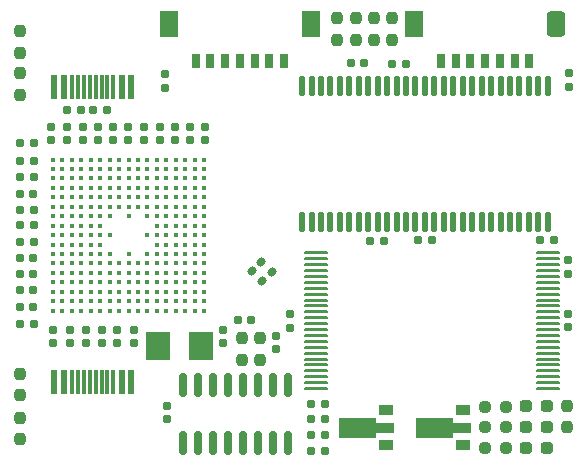
<source format=gtp>
G04 #@! TF.GenerationSoftware,KiCad,Pcbnew,7.0.1-0*
G04 #@! TF.CreationDate,2023-04-29T19:14:42+08:00*
G04 #@! TF.ProjectId,slimarm_classic_2410,736c696d-6172-46d5-9f63-6c6173736963,rev?*
G04 #@! TF.SameCoordinates,Original*
G04 #@! TF.FileFunction,Paste,Top*
G04 #@! TF.FilePolarity,Positive*
%FSLAX46Y46*%
G04 Gerber Fmt 4.6, Leading zero omitted, Abs format (unit mm)*
G04 Created by KiCad (PCBNEW 7.0.1-0) date 2023-04-29 19:14:42*
%MOMM*%
%LPD*%
G01*
G04 APERTURE LIST*
G04 Aperture macros list*
%AMRoundRect*
0 Rectangle with rounded corners*
0 $1 Rounding radius*
0 $2 $3 $4 $5 $6 $7 $8 $9 X,Y pos of 4 corners*
0 Add a 4 corners polygon primitive as box body*
4,1,4,$2,$3,$4,$5,$6,$7,$8,$9,$2,$3,0*
0 Add four circle primitives for the rounded corners*
1,1,$1+$1,$2,$3*
1,1,$1+$1,$4,$5*
1,1,$1+$1,$6,$7*
1,1,$1+$1,$8,$9*
0 Add four rect primitives between the rounded corners*
20,1,$1+$1,$2,$3,$4,$5,0*
20,1,$1+$1,$4,$5,$6,$7,0*
20,1,$1+$1,$6,$7,$8,$9,0*
20,1,$1+$1,$8,$9,$2,$3,0*%
%AMFreePoly0*
4,1,9,3.862500,-0.866500,0.737500,-0.866500,0.737500,-0.450000,-0.737500,-0.450000,-0.737500,0.450000,0.737500,0.450000,0.737500,0.866500,3.862500,0.866500,3.862500,-0.866500,3.862500,-0.866500,$1*%
G04 Aperture macros list end*
%ADD10RoundRect,0.150000X0.150000X-0.825000X0.150000X0.825000X-0.150000X0.825000X-0.150000X-0.825000X0*%
%ADD11RoundRect,0.155000X-0.212500X-0.155000X0.212500X-0.155000X0.212500X0.155000X-0.212500X0.155000X0*%
%ADD12RoundRect,0.237500X-0.237500X0.250000X-0.237500X-0.250000X0.237500X-0.250000X0.237500X0.250000X0*%
%ADD13RoundRect,0.155000X-0.155000X0.212500X-0.155000X-0.212500X0.155000X-0.212500X0.155000X0.212500X0*%
%ADD14C,0.410000*%
%ADD15R,0.600000X2.000000*%
%ADD16R,0.300000X2.000000*%
%ADD17R,0.600000X1.450000*%
%ADD18RoundRect,0.237500X0.287500X0.237500X-0.287500X0.237500X-0.287500X-0.237500X0.287500X-0.237500X0*%
%ADD19RoundRect,0.155000X0.155000X-0.212500X0.155000X0.212500X-0.155000X0.212500X-0.155000X-0.212500X0*%
%ADD20RoundRect,0.155000X0.212500X0.155000X-0.212500X0.155000X-0.212500X-0.155000X0.212500X-0.155000X0*%
%ADD21R,0.711200X1.270000*%
%ADD22RoundRect,0.400050X0.400050X0.704850X-0.400050X0.704850X-0.400050X-0.704850X0.400050X-0.704850X0*%
%ADD23R,1.600200X2.209800*%
%ADD24R,1.300000X0.900000*%
%ADD25FreePoly0,180.000000*%
%ADD26RoundRect,0.237500X0.237500X-0.250000X0.237500X0.250000X-0.237500X0.250000X-0.237500X-0.250000X0*%
%ADD27RoundRect,0.155000X-0.040659X-0.259862X0.259862X0.040659X0.040659X0.259862X-0.259862X-0.040659X0*%
%ADD28RoundRect,0.160000X-0.197500X-0.160000X0.197500X-0.160000X0.197500X0.160000X-0.197500X0.160000X0*%
%ADD29RoundRect,0.127000X0.127000X-0.719900X0.127000X0.719900X-0.127000X0.719900X-0.127000X-0.719900X0*%
%ADD30RoundRect,0.063500X0.952500X0.063500X-0.952500X0.063500X-0.952500X-0.063500X0.952500X-0.063500X0*%
%ADD31RoundRect,0.160000X0.197500X0.160000X-0.197500X0.160000X-0.197500X-0.160000X0.197500X-0.160000X0*%
%ADD32R,2.000000X2.400000*%
%ADD33RoundRect,0.237500X-0.250000X-0.237500X0.250000X-0.237500X0.250000X0.237500X-0.250000X0.237500X0*%
G04 APERTURE END LIST*
D10*
G04 #@! TO.C,U1*
X36875000Y-45115000D03*
X38145000Y-45115000D03*
X39415000Y-45115000D03*
X40685000Y-45115000D03*
X41955000Y-45115000D03*
X43225000Y-45115000D03*
X44495000Y-45115000D03*
X45765000Y-45115000D03*
X45765000Y-40165000D03*
X44495000Y-40165000D03*
X43225000Y-40165000D03*
X41955000Y-40165000D03*
X40685000Y-40165000D03*
X39415000Y-40165000D03*
X38145000Y-40165000D03*
X36875000Y-40165000D03*
G04 #@! TD*
D11*
G04 #@! TO.C,C48*
X47722500Y-44460000D03*
X48857500Y-44460000D03*
G04 #@! TD*
D12*
G04 #@! TO.C,R7*
X23020000Y-39227500D03*
X23020000Y-41052500D03*
G04 #@! TD*
D13*
G04 #@! TO.C,C21*
X25710000Y-18342500D03*
X25710000Y-19477500D03*
G04 #@! TD*
G04 #@! TO.C,C40*
X30950000Y-18322500D03*
X30950000Y-19457500D03*
G04 #@! TD*
D11*
G04 #@! TO.C,C14*
X23072500Y-19720000D03*
X24207500Y-19720000D03*
G04 #@! TD*
D13*
G04 #@! TO.C,C35*
X31310000Y-35500000D03*
X31310000Y-36635000D03*
G04 #@! TD*
D11*
G04 #@! TO.C,C43*
X23085000Y-25340000D03*
X24220000Y-25340000D03*
G04 #@! TD*
D14*
G04 #@! TO.C,IC1*
X38650000Y-21100000D03*
X38650000Y-21900000D03*
X38650000Y-22700000D03*
X38650000Y-23500000D03*
X38650000Y-24300000D03*
X38650000Y-25100000D03*
X38650000Y-25900000D03*
X38650000Y-26700000D03*
X38650000Y-27500000D03*
X38650000Y-28300000D03*
X38650000Y-29100000D03*
X38650000Y-29900000D03*
X38650000Y-30700000D03*
X38650000Y-31500000D03*
X38650000Y-32300000D03*
X38650000Y-33100000D03*
X38650000Y-33900000D03*
X37850000Y-21100000D03*
X37850000Y-21900000D03*
X37850000Y-22700000D03*
X37850000Y-23500000D03*
X37850000Y-24300000D03*
X37850000Y-25100000D03*
X37850000Y-25900000D03*
X37850000Y-26700000D03*
X37850000Y-27500000D03*
X37850000Y-28300000D03*
X37850000Y-29100000D03*
X37850000Y-29900000D03*
X37850000Y-30700000D03*
X37850000Y-31500000D03*
X37850000Y-32300000D03*
X37850000Y-33100000D03*
X37850000Y-33900000D03*
X37050000Y-21100000D03*
X37050000Y-21900000D03*
X37050000Y-22700000D03*
X37050000Y-23500000D03*
X37050000Y-24300000D03*
X37050000Y-25100000D03*
X37050000Y-25900000D03*
X37050000Y-26700000D03*
X37050000Y-27500000D03*
X37050000Y-28300000D03*
X37050000Y-29100000D03*
X37050000Y-29900000D03*
X37050000Y-30700000D03*
X37050000Y-31500000D03*
X37050000Y-32300000D03*
X37050000Y-33100000D03*
X37050000Y-33900000D03*
X36250000Y-21100000D03*
X36250000Y-21900000D03*
X36250000Y-22700000D03*
X36250000Y-23500000D03*
X36250000Y-24300000D03*
X36250000Y-25100000D03*
X36250000Y-25900000D03*
X36250000Y-26700000D03*
X36250000Y-27500000D03*
X36250000Y-28300000D03*
X36250000Y-29100000D03*
X36250000Y-29900000D03*
X36250000Y-30700000D03*
X36250000Y-31500000D03*
X36250000Y-32300000D03*
X36250000Y-33100000D03*
X36250000Y-33900000D03*
X35450000Y-21100000D03*
X35450000Y-21900000D03*
X35450000Y-22700000D03*
X35450000Y-23500000D03*
X35450000Y-24300000D03*
X35450000Y-25100000D03*
X35450000Y-25900000D03*
X35450000Y-26700000D03*
X35450000Y-27500000D03*
X35450000Y-28300000D03*
X35450000Y-29100000D03*
X35450000Y-29900000D03*
X35450000Y-30700000D03*
X35450000Y-31500000D03*
X35450000Y-32300000D03*
X35450000Y-33100000D03*
X35450000Y-33900000D03*
X34650000Y-21100000D03*
X34650000Y-21900000D03*
X34650000Y-22700000D03*
X34650000Y-23500000D03*
X34650000Y-24300000D03*
X34650000Y-25100000D03*
X34650000Y-25900000D03*
X34650000Y-26700000D03*
X34650000Y-27500000D03*
X34650000Y-28300000D03*
X34650000Y-29100000D03*
X34650000Y-29900000D03*
X34650000Y-30700000D03*
X34650000Y-31500000D03*
X34650000Y-32300000D03*
X34650000Y-33100000D03*
X34650000Y-33900000D03*
X33850000Y-21100000D03*
X33850000Y-21900000D03*
X33850000Y-22700000D03*
X33850000Y-23500000D03*
X33850000Y-24300000D03*
X33850000Y-25100000D03*
X33850000Y-25900000D03*
X33850000Y-27500000D03*
X33850000Y-29100000D03*
X33850000Y-29900000D03*
X33850000Y-30700000D03*
X33850000Y-31500000D03*
X33850000Y-32300000D03*
X33850000Y-33100000D03*
X33850000Y-33900000D03*
X33050000Y-21100000D03*
X33050000Y-21900000D03*
X33050000Y-22700000D03*
X33050000Y-23500000D03*
X33050000Y-24300000D03*
X33050000Y-25100000D03*
X33050000Y-29900000D03*
X33050000Y-30700000D03*
X33050000Y-31500000D03*
X33050000Y-32300000D03*
X33050000Y-33100000D03*
X33050000Y-33900000D03*
X32250000Y-21100000D03*
X32250000Y-21900000D03*
X32250000Y-22700000D03*
X32250000Y-23500000D03*
X32250000Y-24300000D03*
X32250000Y-25100000D03*
X32250000Y-25900000D03*
X32250000Y-29100000D03*
X32250000Y-29900000D03*
X32250000Y-30700000D03*
X32250000Y-31500000D03*
X32250000Y-32300000D03*
X32250000Y-33100000D03*
X32250000Y-33900000D03*
X31450000Y-21100000D03*
X31450000Y-21900000D03*
X31450000Y-22700000D03*
X31450000Y-23500000D03*
X31450000Y-24300000D03*
X31450000Y-25100000D03*
X31450000Y-29900000D03*
X31450000Y-30700000D03*
X31450000Y-31500000D03*
X31450000Y-32300000D03*
X31450000Y-33100000D03*
X31450000Y-33900000D03*
X30650000Y-21100000D03*
X30650000Y-21900000D03*
X30650000Y-22700000D03*
X30650000Y-23500000D03*
X30650000Y-24300000D03*
X30650000Y-25100000D03*
X30650000Y-25900000D03*
X30650000Y-27500000D03*
X30650000Y-29100000D03*
X30650000Y-29900000D03*
X30650000Y-30700000D03*
X30650000Y-31500000D03*
X30650000Y-32300000D03*
X30650000Y-33100000D03*
X30650000Y-33900000D03*
X29850000Y-21100000D03*
X29850000Y-21900000D03*
X29850000Y-22700000D03*
X29850000Y-23500000D03*
X29850000Y-24300000D03*
X29850000Y-25100000D03*
X29850000Y-25900000D03*
X29850000Y-26700000D03*
X29850000Y-27500000D03*
X29850000Y-28300000D03*
X29850000Y-29100000D03*
X29850000Y-29900000D03*
X29850000Y-30700000D03*
X29850000Y-31500000D03*
X29850000Y-32300000D03*
X29850000Y-33100000D03*
X29850000Y-33900000D03*
X29050000Y-21100000D03*
X29050000Y-21900000D03*
X29050000Y-22700000D03*
X29050000Y-23500000D03*
X29050000Y-24300000D03*
X29050000Y-25100000D03*
X29050000Y-25900000D03*
X29050000Y-26700000D03*
X29050000Y-27500000D03*
X29050000Y-28300000D03*
X29050000Y-29100000D03*
X29050000Y-29900000D03*
X29050000Y-30700000D03*
X29050000Y-31500000D03*
X29050000Y-32300000D03*
X29050000Y-33100000D03*
X29050000Y-33900000D03*
X28250000Y-21100000D03*
X28250000Y-21900000D03*
X28250000Y-22700000D03*
X28250000Y-23500000D03*
X28250000Y-24300000D03*
X28250000Y-25100000D03*
X28250000Y-25900000D03*
X28250000Y-26700000D03*
X28250000Y-27500000D03*
X28250000Y-28300000D03*
X28250000Y-29100000D03*
X28250000Y-29900000D03*
X28250000Y-30700000D03*
X28250000Y-31500000D03*
X28250000Y-32300000D03*
X28250000Y-33100000D03*
X28250000Y-33900000D03*
X27450000Y-21100000D03*
X27450000Y-21900000D03*
X27450000Y-22700000D03*
X27450000Y-23500000D03*
X27450000Y-24300000D03*
X27450000Y-25100000D03*
X27450000Y-25900000D03*
X27450000Y-26700000D03*
X27450000Y-27500000D03*
X27450000Y-28300000D03*
X27450000Y-29100000D03*
X27450000Y-29900000D03*
X27450000Y-30700000D03*
X27450000Y-31500000D03*
X27450000Y-32300000D03*
X27450000Y-33100000D03*
X27450000Y-33900000D03*
X26650000Y-21100000D03*
X26650000Y-21900000D03*
X26650000Y-22700000D03*
X26650000Y-23500000D03*
X26650000Y-24300000D03*
X26650000Y-25100000D03*
X26650000Y-25900000D03*
X26650000Y-26700000D03*
X26650000Y-27500000D03*
X26650000Y-28300000D03*
X26650000Y-29100000D03*
X26650000Y-29900000D03*
X26650000Y-30700000D03*
X26650000Y-31500000D03*
X26650000Y-32300000D03*
X26650000Y-33100000D03*
X26650000Y-33900000D03*
X25850000Y-21100000D03*
X25850000Y-21900000D03*
X25850000Y-22700000D03*
X25850000Y-23500000D03*
X25850000Y-24300000D03*
X25850000Y-25100000D03*
X25850000Y-25900000D03*
X25850000Y-26700000D03*
X25850000Y-27500000D03*
X25850000Y-28300000D03*
X25850000Y-29100000D03*
X25850000Y-29900000D03*
X25850000Y-30700000D03*
X25850000Y-31500000D03*
X25850000Y-32300000D03*
X25850000Y-33100000D03*
X25850000Y-33900000D03*
G04 #@! TD*
D15*
G04 #@! TO.C,J1*
X32460000Y-14963500D03*
X31660000Y-14963500D03*
D16*
X30460000Y-14963500D03*
X29460000Y-14963500D03*
X28960000Y-14963500D03*
X27960000Y-14963500D03*
D15*
X26760000Y-14963500D03*
X25960000Y-14963500D03*
X25960000Y-14963500D03*
D17*
X26760000Y-14963500D03*
D16*
X27460000Y-14963500D03*
X28460000Y-14963500D03*
X29960000Y-14963500D03*
X30960000Y-14963500D03*
D17*
X31660000Y-14963500D03*
X32460000Y-15063500D03*
G04 #@! TD*
D18*
G04 #@! TO.C,D2*
X67645000Y-41962000D03*
X65895000Y-41962000D03*
G04 #@! TD*
D13*
G04 #@! TO.C,C18*
X38720000Y-18322500D03*
X38720000Y-19457500D03*
G04 #@! TD*
D19*
G04 #@! TO.C,C28*
X25880000Y-36647500D03*
X25880000Y-35512500D03*
G04 #@! TD*
D20*
G04 #@! TO.C,C26*
X57917500Y-27900000D03*
X56782500Y-27900000D03*
G04 #@! TD*
D21*
G04 #@! TO.C,J2*
X58685200Y-12733000D03*
X59935200Y-12733000D03*
X61185200Y-12733000D03*
X62435200Y-12733000D03*
X63685200Y-12733000D03*
X64935200Y-12733000D03*
X66185200Y-12733000D03*
D22*
X68432300Y-9659000D03*
D23*
X56438100Y-9659000D03*
G04 #@! TD*
D19*
G04 #@! TO.C,C30*
X27250000Y-36647500D03*
X27250000Y-35512500D03*
G04 #@! TD*
D13*
G04 #@! TO.C,C11*
X69480000Y-29632500D03*
X69480000Y-30767500D03*
G04 #@! TD*
G04 #@! TO.C,C25*
X69470000Y-34182500D03*
X69470000Y-35317500D03*
G04 #@! TD*
D24*
G04 #@! TO.C,U6*
X54030000Y-45290000D03*
D25*
X53942500Y-43790000D03*
D24*
X54030000Y-42290000D03*
G04 #@! TD*
D11*
G04 #@! TO.C,C15*
X54572500Y-13050000D03*
X55707500Y-13050000D03*
G04 #@! TD*
D13*
G04 #@! TO.C,C41*
X36170000Y-18332500D03*
X36170000Y-19467500D03*
G04 #@! TD*
D20*
G04 #@! TO.C,C24*
X53857500Y-27980000D03*
X52722500Y-27980000D03*
G04 #@! TD*
D11*
G04 #@! TO.C,C45*
X23092500Y-21200000D03*
X24227500Y-21200000D03*
G04 #@! TD*
D12*
G04 #@! TO.C,R14*
X53000000Y-9150000D03*
X53000000Y-10975000D03*
G04 #@! TD*
D19*
G04 #@! TO.C,C12*
X40220000Y-36657500D03*
X40220000Y-35522500D03*
G04 #@! TD*
D26*
G04 #@! TO.C,R9*
X23050000Y-15602500D03*
X23050000Y-13777500D03*
G04 #@! TD*
D11*
G04 #@! TO.C,C38*
X23055000Y-30794000D03*
X24190000Y-30794000D03*
G04 #@! TD*
D18*
G04 #@! TO.C,D3*
X67670000Y-45518000D03*
X65920000Y-45518000D03*
G04 #@! TD*
D13*
G04 #@! TO.C,C22*
X34870000Y-18322500D03*
X34870000Y-19457500D03*
G04 #@! TD*
D21*
G04 #@! TO.C,J3*
X37922200Y-12733000D03*
X39172200Y-12733000D03*
X40422200Y-12733000D03*
X41672200Y-12733000D03*
X42922200Y-12733000D03*
X44172200Y-12733000D03*
X45422200Y-12733000D03*
D23*
X47669300Y-9659000D03*
X35675100Y-9659000D03*
G04 #@! TD*
D13*
G04 #@! TO.C,C39*
X32230000Y-18322500D03*
X32230000Y-19457500D03*
G04 #@! TD*
D11*
G04 #@! TO.C,C50*
X47712500Y-43040000D03*
X48847500Y-43040000D03*
G04 #@! TD*
G04 #@! TO.C,C17*
X47732500Y-45800000D03*
X48867500Y-45800000D03*
G04 #@! TD*
D12*
G04 #@! TO.C,R8*
X23050000Y-10237500D03*
X23050000Y-12062500D03*
G04 #@! TD*
G04 #@! TO.C,R13*
X69332500Y-41945500D03*
X69332500Y-43770500D03*
G04 #@! TD*
D27*
G04 #@! TO.C,C3*
X42688717Y-30561283D03*
X43491283Y-29758717D03*
G04 #@! TD*
D28*
G04 #@! TO.C,R11*
X29232500Y-16920000D03*
X30427500Y-16920000D03*
G04 #@! TD*
D20*
G04 #@! TO.C,C32*
X52197500Y-12960000D03*
X51062500Y-12960000D03*
G04 #@! TD*
D29*
G04 #@! TO.C,U4*
X46937200Y-26351950D03*
X47737300Y-26351950D03*
X48537400Y-26351950D03*
X49337500Y-26351950D03*
X50137600Y-26351950D03*
X50937700Y-26351950D03*
X51737800Y-26351950D03*
X52537900Y-26351950D03*
X53338000Y-26351950D03*
X54138100Y-26351950D03*
X54938200Y-26351950D03*
X55738300Y-26351950D03*
X56538400Y-26351950D03*
X57338500Y-26351950D03*
X58138600Y-26351950D03*
X58938700Y-26351950D03*
X59738800Y-26351950D03*
X60538900Y-26351950D03*
X61339000Y-26351950D03*
X62139100Y-26351950D03*
X62939200Y-26351950D03*
X63739300Y-26351950D03*
X64539400Y-26351950D03*
X65339500Y-26351950D03*
X66139600Y-26351950D03*
X66939700Y-26351950D03*
X67739800Y-26351950D03*
X67739800Y-14871150D03*
X66939700Y-14871150D03*
X66139600Y-14871150D03*
X65339500Y-14871150D03*
X64539400Y-14871150D03*
X63739300Y-14871150D03*
X62939200Y-14871150D03*
X62139100Y-14871150D03*
X61339000Y-14871150D03*
X60538900Y-14871150D03*
X59738800Y-14871150D03*
X58938700Y-14871150D03*
X58138600Y-14871150D03*
X57338500Y-14871150D03*
X56538400Y-14871150D03*
X55738300Y-14871150D03*
X54938200Y-14871150D03*
X54138100Y-14871150D03*
X53338000Y-14871150D03*
X52537900Y-14871150D03*
X51737800Y-14871150D03*
X50937700Y-14871150D03*
X50137600Y-14871150D03*
X49337500Y-14871150D03*
X48537400Y-14871150D03*
X47737300Y-14871150D03*
X46937200Y-14871150D03*
G04 #@! TD*
D11*
G04 #@! TO.C,C37*
X23075000Y-26660000D03*
X24210000Y-26660000D03*
G04 #@! TD*
D19*
G04 #@! TO.C,C8*
X35360000Y-15017500D03*
X35360000Y-13882500D03*
G04 #@! TD*
D20*
G04 #@! TO.C,C29*
X42607500Y-34670000D03*
X41472500Y-34670000D03*
G04 #@! TD*
D30*
G04 #@! TO.C,U5*
X67748150Y-40537499D03*
X67748150Y-40037500D03*
X67748150Y-39537501D03*
X67748150Y-39037499D03*
X67748150Y-38537500D03*
X67748150Y-38037501D03*
X67748150Y-37537500D03*
X67748150Y-37037501D03*
X67748150Y-36537499D03*
X67748150Y-36037500D03*
X67748150Y-35537501D03*
X67748150Y-35037500D03*
X67748150Y-34537500D03*
X67748150Y-34037499D03*
X67748150Y-33537500D03*
X67748150Y-33037501D03*
X67748150Y-32537499D03*
X67748150Y-32037500D03*
X67748150Y-31537499D03*
X67748150Y-31037500D03*
X67748150Y-30537501D03*
X67748150Y-30037499D03*
X67748150Y-29537500D03*
X67748150Y-29037499D03*
X48075850Y-29037501D03*
X48075850Y-29537500D03*
X48075850Y-30037499D03*
X48075850Y-30537501D03*
X48075850Y-31037500D03*
X48075850Y-31537501D03*
X48075850Y-32037500D03*
X48075850Y-32537499D03*
X48075850Y-33037501D03*
X48075850Y-33537500D03*
X48075850Y-34037502D03*
X48075850Y-34537500D03*
X48075850Y-35037500D03*
X48075850Y-35537501D03*
X48075850Y-36037500D03*
X48075850Y-36537499D03*
X48075850Y-37037501D03*
X48075850Y-37537500D03*
X48075850Y-38037501D03*
X48075850Y-38537500D03*
X48075850Y-39037499D03*
X48075850Y-39537501D03*
X48075850Y-40037500D03*
X48075850Y-40537501D03*
G04 #@! TD*
D13*
G04 #@! TO.C,C51*
X44702000Y-36002500D03*
X44702000Y-37137500D03*
G04 #@! TD*
D11*
G04 #@! TO.C,C42*
X23062500Y-33570000D03*
X24197500Y-33570000D03*
G04 #@! TD*
D13*
G04 #@! TO.C,C46*
X29670000Y-18332500D03*
X29670000Y-19467500D03*
G04 #@! TD*
D12*
G04 #@! TO.C,R15*
X54530000Y-9157500D03*
X54530000Y-10982500D03*
G04 #@! TD*
D11*
G04 #@! TO.C,C31*
X23062500Y-32170000D03*
X24197500Y-32170000D03*
G04 #@! TD*
D13*
G04 #@! TO.C,C19*
X27040000Y-18332500D03*
X27040000Y-19467500D03*
G04 #@! TD*
G04 #@! TO.C,C2*
X28650000Y-35502500D03*
X28650000Y-36637500D03*
G04 #@! TD*
G04 #@! TO.C,C13*
X45920000Y-34222500D03*
X45920000Y-35357500D03*
G04 #@! TD*
D12*
G04 #@! TO.C,R2*
X43376000Y-36240000D03*
X43376000Y-38065000D03*
G04 #@! TD*
D19*
G04 #@! TO.C,C7*
X69530000Y-14937500D03*
X69530000Y-13802500D03*
G04 #@! TD*
D11*
G04 #@! TO.C,C33*
X23092500Y-22590000D03*
X24227500Y-22590000D03*
G04 #@! TD*
D18*
G04 #@! TO.C,D1*
X67670000Y-43740000D03*
X65920000Y-43740000D03*
G04 #@! TD*
D31*
G04 #@! TO.C,R10*
X28222500Y-16910000D03*
X27027500Y-16910000D03*
G04 #@! TD*
D13*
G04 #@! TO.C,C47*
X28380000Y-18322500D03*
X28380000Y-19457500D03*
G04 #@! TD*
G04 #@! TO.C,C23*
X33540000Y-18322500D03*
X33540000Y-19457500D03*
G04 #@! TD*
G04 #@! TO.C,C1*
X30000000Y-35502500D03*
X30000000Y-36637500D03*
G04 #@! TD*
D32*
G04 #@! TO.C,Y1*
X34700000Y-36890000D03*
X38400000Y-36890000D03*
G04 #@! TD*
D11*
G04 #@! TO.C,C27*
X67092500Y-27950000D03*
X68227500Y-27950000D03*
G04 #@! TD*
D26*
G04 #@! TO.C,R1*
X41852000Y-38065000D03*
X41852000Y-36240000D03*
G04 #@! TD*
D27*
G04 #@! TO.C,C5*
X43568717Y-31401283D03*
X44371283Y-30598717D03*
G04 #@! TD*
D11*
G04 #@! TO.C,C49*
X47732500Y-41780000D03*
X48867500Y-41780000D03*
G04 #@! TD*
D19*
G04 #@! TO.C,C6*
X32700000Y-36647500D03*
X32700000Y-35512500D03*
G04 #@! TD*
D24*
G04 #@! TO.C,U7*
X60590000Y-45300000D03*
D25*
X60502500Y-43800000D03*
D24*
X60590000Y-42300000D03*
G04 #@! TD*
D17*
G04 #@! TO.C,J4*
X25960000Y-40229250D03*
X26760000Y-40229250D03*
D16*
X27960000Y-39926750D03*
X28960000Y-39926750D03*
X29460000Y-39926750D03*
X30460000Y-39926750D03*
D17*
X31660000Y-40229250D03*
X32460000Y-40229250D03*
D15*
X32460000Y-39926750D03*
X31660000Y-39926750D03*
D16*
X30960000Y-39926750D03*
X29960000Y-39926750D03*
X28460000Y-39926750D03*
X27460000Y-39926750D03*
D15*
X26760000Y-39926750D03*
X25960000Y-39926750D03*
G04 #@! TD*
D33*
G04 #@! TO.C,R5*
X62407500Y-42012000D03*
X64232500Y-42012000D03*
G04 #@! TD*
D19*
G04 #@! TO.C,C16*
X35490000Y-43067500D03*
X35490000Y-41932500D03*
G04 #@! TD*
D13*
G04 #@! TO.C,C34*
X37490000Y-18312500D03*
X37490000Y-19447500D03*
G04 #@! TD*
D12*
G04 #@! TO.C,R17*
X49900000Y-9137500D03*
X49900000Y-10962500D03*
G04 #@! TD*
D33*
G04 #@! TO.C,R6*
X62407500Y-45512000D03*
X64232500Y-45512000D03*
G04 #@! TD*
D11*
G04 #@! TO.C,C20*
X23035000Y-29440000D03*
X24170000Y-29440000D03*
G04 #@! TD*
G04 #@! TO.C,C36*
X23092500Y-35010000D03*
X24227500Y-35010000D03*
G04 #@! TD*
G04 #@! TO.C,C4*
X23065000Y-28080000D03*
X24200000Y-28080000D03*
G04 #@! TD*
G04 #@! TO.C,C44*
X23062500Y-23990000D03*
X24197500Y-23990000D03*
G04 #@! TD*
D33*
G04 #@! TO.C,R4*
X62414500Y-43740000D03*
X64239500Y-43740000D03*
G04 #@! TD*
D12*
G04 #@! TO.C,R16*
X51470000Y-9137500D03*
X51470000Y-10962500D03*
G04 #@! TD*
D26*
G04 #@! TO.C,R12*
X23020000Y-44772500D03*
X23020000Y-42947500D03*
G04 #@! TD*
M02*

</source>
